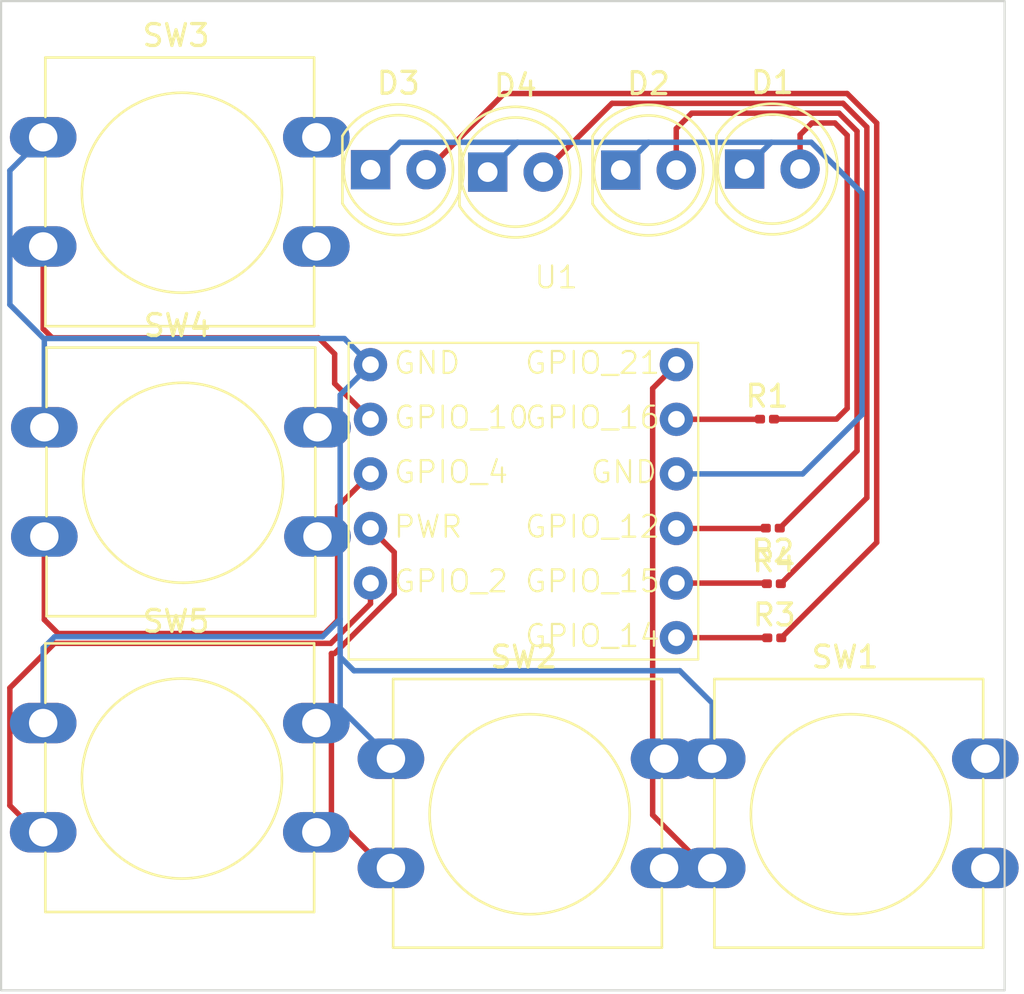
<source format=kicad_pcb>
(kicad_pcb (version 20221018) (generator pcbnew)
  (layers (0 "F.Cu" signal) (31 "B.Cu" signal) (34 "B.Paste" user) (35 "F.Paste" user) (36 "B.SilkS" user "B.Silkscreen") (37 "F.SilkS" user "F.Silkscreen") (38 "B.Mask" user) (39 "F.Mask" user) (44 "Edge.Cuts" user))
  (net 0 "")
  (net 1 "Net-(U1-GPIO_16)")
  (net 2 "Net-(D1-A)")
  (net 3 "Net-(D2-A)")
  (net 4 "Net-(U1-GPIO_12)")
  (net 5 "Net-(U1-GPIO_14)")
  (net 6 "Net-(D3-A)")
  (net 7 "Net-(U1-GPIO_15)")
  (net 8 "Net-(D4-A)")
  (net 9 "Net-(U1-GPIO_2)")
  (net 10 "Net-(U1-PWR)")
  (net 11 "Net-(U1-GPIO_4)")
  (net 12 "Net-(U1-GPIO_10)")
  (net 13 "Net-(D1-K)")
  (net 14 "Net-(SW1-Pad1)")
  (net 15 "Net-(U1-GPIO_21)")
  (footprint "LED_THT:LED_D5.0mm" (layer "F.Cu") (at 150.268199 62.783102)
    (fp_text reference "D2" (at 1.27 -3.96) (layer "F.SilkS"))
    (fp_text value "LED")
    (fp_line (start -1.29 -1.545) (end -1.29 1.545) (stroke (width 0.12)) (layer "F.SilkS"))
    (fp_arc (start -1.29 -1.54483) (mid 2.072002 -2.880433) (end 4.26 0.000462) (stroke (width 0.12)) (layer "F.SilkS"))
    (fp_arc (start 4.26 -0.000462) (mid 2.072002 2.880433) (end -1.29 1.54483) (stroke (width 0.12)) (layer "F.SilkS"))
    (fp_circle (center 1.27 0) (end 3.77 0) (stroke (width 0.12)) (fill none) (layer "F.SilkS"))
    (pad "1" thru_hole rect (at 0 0) (size 1.8 1.8) (drill 0.9) (layers "*.Cu" "*.Mask") (net 13 "Net-(D1-K)"))
    (pad "2" thru_hole circle (at 2.54 0) (size 1.8 1.8) (drill 0.9) (layers "*.Cu" "*.Mask") (net 3 "Net-(D2-A)"))
  )
  (footprint "Button_Switch_THT:SW_PUSH-12mm" (layer "F.Cu") (at 154.453506 89.737752)
    (fp_text reference "SW1" (at 6.08 -4.66) (layer "F.SilkS"))
    (fp_text value "SW_Push")
    (fp_line (start 0.1 -3.65) (end 12.4 -3.65) (stroke (width 0.12)) (layer "F.SilkS"))
    (fp_line (start 0.1 -0.93) (end 0.1 -3.65) (stroke (width 0.12)) (layer "F.SilkS"))
    (fp_line (start 0.1 4.07) (end 0.1 0.93) (stroke (width 0.12)) (layer "F.SilkS"))
    (fp_line (start 0.1 8.65) (end 0.1 5.93) (stroke (width 0.12)) (layer "F.SilkS"))
    (fp_line (start 12.4 -3.65) (end 12.4 -0.93) (stroke (width 0.12)) (layer "F.SilkS"))
    (fp_line (start 12.4 0.93) (end 12.4 4.07) (stroke (width 0.12)) (layer "F.SilkS"))
    (fp_line (start 12.4 5.93) (end 12.4 8.65) (stroke (width 0.12)) (layer "F.SilkS"))
    (fp_line (start 12.4 8.65) (end 0.1 8.65) (stroke (width 0.12)) (layer "F.SilkS"))
    (fp_circle (center 6.35 2.54) (end 10.16 5.08) (stroke (width 0.12)) (fill none) (layer "F.SilkS"))
    (pad "1" thru_hole oval (at 0 0) (size 3.048 1.85) (drill 1.3) (layers "*.Cu" "*.Mask") (net 14 "Net-(SW1-Pad1)"))
    (pad "1" thru_hole oval (at 12.5 0) (size 3.048 1.85) (drill 1.3) (layers "*.Cu" "*.Mask") (net 14 "Net-(SW1-Pad1)"))
    (pad "2" thru_hole oval (at 0 5) (size 3.048 1.85) (drill 1.3) (layers "*.Cu" "*.Mask") (net 15 "Net-(U1-GPIO_21)"))
    (pad "2" thru_hole oval (at 12.5 5) (size 3.048 1.85) (drill 1.3) (layers "*.Cu" "*.Mask") (net 15 "Net-(U1-GPIO_21)"))
  )
  (footprint "Resistor_SMD:R_0201_0603Metric" (layer "F.Cu") (at 157.225046 79.178146 180)
    (fp_text reference "R2" (at 0 -1.05) (layer "F.SilkS"))
    (fp_text value "330")
    (pad "1" smd roundrect (at -0.32 0 180) (size 0.46 0.4) (layers "F.Cu" "F.Mask") (net 3 "Net-(D2-A)"))
    (pad "2" smd roundrect (at 0.32 0 180) (size 0.46 0.4) (layers "F.Cu" "F.Mask") (net 4 "Net-(U1-GPIO_12)"))
  )
  (footprint "LED_THT:LED_D5.0mm" (layer "F.Cu") (at 138.819009 62.767793)
    (fp_text reference "D3" (at 1.27 -3.96) (layer "F.SilkS"))
    (fp_text value "LED")
    (fp_line (start -1.29 -1.545) (end -1.29 1.545) (stroke (width 0.12)) (layer "F.SilkS"))
    (fp_arc (start -1.29 -1.54483) (mid 2.072002 -2.880433) (end 4.26 0.000462) (stroke (width 0.12)) (layer "F.SilkS"))
    (fp_arc (start 4.26 -0.000462) (mid 2.072002 2.880433) (end -1.29 1.54483) (stroke (width 0.12)) (layer "F.SilkS"))
    (fp_circle (center 1.27 0) (end 3.77 0) (stroke (width 0.12)) (fill none) (layer "F.SilkS"))
    (pad "1" thru_hole rect (at 0 0) (size 1.8 1.8) (drill 0.9) (layers "*.Cu" "*.Mask") (net 13 "Net-(D1-K)"))
    (pad "2" thru_hole circle (at 2.54 0) (size 1.8 1.8) (drill 0.9) (layers "*.Cu" "*.Mask") (net 6 "Net-(D3-A)"))
  )
  (footprint "Resistor_SMD:R_0201_0603Metric" (layer "F.Cu") (at 157.294442 84.20247)
    (fp_text reference "R3" (at 0 -1.05) (layer "F.SilkS"))
    (fp_text value "330")
    (pad "1" smd roundrect (at -0.32 0) (size 0.46 0.4) (layers "F.Cu" "F.Mask") (net 5 "Net-(U1-GPIO_14)"))
    (pad "2" smd roundrect (at 0.32 0) (size 0.46 0.4) (layers "F.Cu" "F.Mask") (net 6 "Net-(D3-A)"))
  )
  (footprint "Button_Switch_THT:SW_PUSH-12mm" (layer "F.Cu") (at 139.750722 89.737752)
    (fp_text reference "SW2" (at 6.08 -4.66) (layer "F.SilkS"))
    (fp_text value "SW_Push")
    (fp_line (start 0.1 -3.65) (end 12.4 -3.65) (stroke (width 0.12)) (layer "F.SilkS"))
    (fp_line (start 0.1 -0.93) (end 0.1 -3.65) (stroke (width 0.12)) (layer "F.SilkS"))
    (fp_line (start 0.1 4.07) (end 0.1 0.93) (stroke (width 0.12)) (layer "F.SilkS"))
    (fp_line (start 0.1 8.65) (end 0.1 5.93) (stroke (width 0.12)) (layer "F.SilkS"))
    (fp_line (start 12.4 -3.65) (end 12.4 -0.93) (stroke (width 0.12)) (layer "F.SilkS"))
    (fp_line (start 12.4 0.93) (end 12.4 4.07) (stroke (width 0.12)) (layer "F.SilkS"))
    (fp_line (start 12.4 5.93) (end 12.4 8.65) (stroke (width 0.12)) (layer "F.SilkS"))
    (fp_line (start 12.4 8.65) (end 0.1 8.65) (stroke (width 0.12)) (layer "F.SilkS"))
    (fp_circle (center 6.35 2.54) (end 10.16 5.08) (stroke (width 0.12)) (fill none) (layer "F.SilkS"))
    (pad "1" thru_hole oval (at 0 0) (size 3.048 1.85) (drill 1.3) (layers "*.Cu" "*.Mask") (net 14 "Net-(SW1-Pad1)"))
    (pad "1" thru_hole oval (at 12.5 0) (size 3.048 1.85) (drill 1.3) (layers "*.Cu" "*.Mask") (net 14 "Net-(SW1-Pad1)"))
    (pad "2" thru_hole oval (at 0 5) (size 3.048 1.85) (drill 1.3) (layers "*.Cu" "*.Mask") (net 10 "Net-(U1-PWR)"))
    (pad "2" thru_hole oval (at 12.5 5) (size 3.048 1.85) (drill 1.3) (layers "*.Cu" "*.Mask") (net 10 "Net-(U1-PWR)"))
  )
  (footprint "Button_Switch_THT:SW_PUSH-12mm" (layer "F.Cu") (at 123.83588 88.10411)
    (fp_text reference "SW5" (at 6.08 -4.66) (layer "F.SilkS"))
    (fp_text value "SW_Push")
    (fp_line (start 0.1 -3.65) (end 12.4 -3.65) (stroke (width 0.12)) (layer "F.SilkS"))
    (fp_line (start 0.1 -0.93) (end 0.1 -3.65) (stroke (width 0.12)) (layer "F.SilkS"))
    (fp_line (start 0.1 4.07) (end 0.1 0.93) (stroke (width 0.12)) (layer "F.SilkS"))
    (fp_line (start 0.1 8.65) (end 0.1 5.93) (stroke (width 0.12)) (layer "F.SilkS"))
    (fp_line (start 12.4 -3.65) (end 12.4 -0.93) (stroke (width 0.12)) (layer "F.SilkS"))
    (fp_line (start 12.4 0.93) (end 12.4 4.07) (stroke (width 0.12)) (layer "F.SilkS"))
    (fp_line (start 12.4 5.93) (end 12.4 8.65) (stroke (width 0.12)) (layer "F.SilkS"))
    (fp_line (start 12.4 8.65) (end 0.1 8.65) (stroke (width 0.12)) (layer "F.SilkS"))
    (fp_circle (center 6.35 2.54) (end 10.16 5.08) (stroke (width 0.12)) (fill none) (layer "F.SilkS"))
    (pad "1" thru_hole oval (at 0 0) (size 3.048 1.85) (drill 1.3) (layers "*.Cu" "*.Mask") (net 14 "Net-(SW1-Pad1)"))
    (pad "1" thru_hole oval (at 12.5 0) (size 3.048 1.85) (drill 1.3) (layers "*.Cu" "*.Mask") (net 14 "Net-(SW1-Pad1)"))
    (pad "2" thru_hole oval (at 0 5) (size 3.048 1.85) (drill 1.3) (layers "*.Cu" "*.Mask") (net 9 "Net-(U1-GPIO_2)"))
    (pad "2" thru_hole oval (at 12.5 5) (size 3.048 1.85) (drill 1.3) (layers "*.Cu" "*.Mask") (net 9 "Net-(U1-GPIO_2)"))
  )
  (footprint "LED_THT:LED_D5.0mm" (layer "F.Cu") (at 155.936178 62.736259)
    (fp_text reference "D1" (at 1.27 -3.96) (layer "F.SilkS"))
    (fp_text value "LED")
    (fp_line (start -1.29 -1.545) (end -1.29 1.545) (stroke (width 0.12)) (layer "F.SilkS"))
    (fp_arc (start -1.29 -1.54483) (mid 2.072002 -2.880433) (end 4.26 0.000462) (stroke (width 0.12)) (layer "F.SilkS"))
    (fp_arc (start 4.26 -0.000462) (mid 2.072002 2.880433) (end -1.29 1.54483) (stroke (width 0.12)) (layer "F.SilkS"))
    (fp_circle (center 1.27 0) (end 3.77 0) (stroke (width 0.12)) (fill none) (layer "F.SilkS"))
    (pad "1" thru_hole rect (at 0 0) (size 1.8 1.8) (drill 0.9) (layers "*.Cu" "*.Mask") (net 13 "Net-(D1-K)"))
    (pad "2" thru_hole circle (at 2.54 0) (size 1.8 1.8) (drill 0.9) (layers "*.Cu" "*.Mask") (net 2 "Net-(D1-A)"))
  )
  (footprint "Button_Switch_THT:SW_PUSH-12mm" (layer "F.Cu") (at 123.888578 74.560685)
    (fp_text reference "SW4" (at 6.08 -4.66) (layer "F.SilkS"))
    (fp_text value "SW_Push")
    (fp_line (start 0.1 -3.65) (end 12.4 -3.65) (stroke (width 0.12)) (layer "F.SilkS"))
    (fp_line (start 0.1 -0.93) (end 0.1 -3.65) (stroke (width 0.12)) (layer "F.SilkS"))
    (fp_line (start 0.1 4.07) (end 0.1 0.93) (stroke (width 0.12)) (layer "F.SilkS"))
    (fp_line (start 0.1 8.65) (end 0.1 5.93) (stroke (width 0.12)) (layer "F.SilkS"))
    (fp_line (start 12.4 -3.65) (end 12.4 -0.93) (stroke (width 0.12)) (layer "F.SilkS"))
    (fp_line (start 12.4 0.93) (end 12.4 4.07) (stroke (width 0.12)) (layer "F.SilkS"))
    (fp_line (start 12.4 5.93) (end 12.4 8.65) (stroke (width 0.12)) (layer "F.SilkS"))
    (fp_line (start 12.4 8.65) (end 0.1 8.65) (stroke (width 0.12)) (layer "F.SilkS"))
    (fp_circle (center 6.35 2.54) (end 10.16 5.08) (stroke (width 0.12)) (fill none) (layer "F.SilkS"))
    (pad "1" thru_hole oval (at 0 0) (size 3.048 1.85) (drill 1.3) (layers "*.Cu" "*.Mask") (net 14 "Net-(SW1-Pad1)"))
    (pad "1" thru_hole oval (at 12.5 0) (size 3.048 1.85) (drill 1.3) (layers "*.Cu" "*.Mask") (net 14 "Net-(SW1-Pad1)"))
    (pad "2" thru_hole oval (at 0 5) (size 3.048 1.85) (drill 1.3) (layers "*.Cu" "*.Mask") (net 11 "Net-(U1-GPIO_4)"))
    (pad "2" thru_hole oval (at 12.5 5) (size 3.048 1.85) (drill 1.3) (layers "*.Cu" "*.Mask") (net 11 "Net-(U1-GPIO_4)"))
  )
  (footprint "Resistor_SMD:R_0201_0603Metric" (layer "F.Cu") (at 157.273623 81.725006)
    (fp_text reference "R4" (at 0 -1.05) (layer "F.SilkS"))
    (fp_text value "330")
    (pad "1" smd roundrect (at -0.32 0) (size 0.46 0.4) (layers "F.Cu" "F.Mask") (net 7 "Net-(U1-GPIO_15)"))
    (pad "2" smd roundrect (at 0.32 0) (size 0.46 0.4) (layers "F.Cu" "F.Mask") (net 8 "Net-(D4-A)"))
  )
  (footprint "Resistor_SMD:R_0201_0603Metric" (layer "F.Cu") (at 156.961772 74.186785)
    (fp_text reference "R1" (at 0 -1.05) (layer "F.SilkS"))
    (fp_text value "330")
    (pad "1" smd roundrect (at -0.32 0) (size 0.46 0.4) (layers "F.Cu" "F.Mask") (net 1 "Net-(U1-GPIO_16)"))
    (pad "2" smd roundrect (at 0.32 0) (size 0.46 0.4) (layers "F.Cu" "F.Mask") (net 2 "Net-(D1-A)"))
  )
  (footprint "Library:GPIO_PINS_TEST" (layer "F.Cu") (at 145.815 75.695)
    (fp_text reference "U1" (at 1.5 -8 unlocked) (layer "F.SilkS") (effects (font (thickness 0.1))))
    (fp_text value "~")
    (fp_text user "GPIO_21" (at 0 -3.5 unlocked) (layer "F.SilkS") (effects (font (thickness 0.1)) (justify left bottom)))
    (fp_text user "GPIO_4" (at -6 1.5 unlocked) (layer "F.SilkS") (effects (font (thickness 0.1)) (justify left bottom)))
    (fp_text user "GPIO_15" (at 0 6.5 unlocked) (layer "F.SilkS") (effects (font (thickness 0.1)) (justify left bottom)))
    (fp_text user "GND" (at 3 1.5 unlocked) (layer "F.SilkS") (effects (font (thickness 0.1)) (justify left bottom)))
    (fp_text user "GPIO_14" (at 0 9 unlocked) (layer "F.SilkS") (effects (font (thickness 0.1)) (justify left bottom)))
    (fp_text user "GPIO_12" (at 0 4 unlocked) (layer "F.SilkS") (effects (font (thickness 0.1)) (justify left bottom)))
    (fp_text user "GPIO_2" (at -6 6.5 unlocked) (layer "F.SilkS") (effects (font (thickness 0.1)) (justify left bottom)))
    (fp_text user "GPIO_16" (at 0 -1 unlocked) (layer "F.SilkS") (effects (font (thickness 0.1)) (justify left bottom)))
    (fp_text user "PWR" (at -6 4 unlocked) (layer "F.SilkS") (effects (font (thickness 0.1)) (justify left bottom)))
    (fp_text user "GPIO_10" (at -6 -1 unlocked) (layer "F.SilkS") (effects (font (thickness 0.1)) (justify left bottom)))
    (fp_text user "GND" (at -6 -3.5 unlocked) (layer "F.SilkS") (effects (font (thickness 0.1)) (justify left bottom)))
    (fp_rect (start -8 -5) (end 8 9.5) (stroke (width 0.1)) (fill none) (layer "F.SilkS"))
    (pad "3" thru_hole circle (at -7 6) (size 1.524 1.524) (drill 0.762) (layers "*.Cu" "*.Mask") (net 9 "Net-(U1-GPIO_2)"))
    (pad "5" thru_hole circle (at -7 3.5) (size 1.524 1.524) (drill 0.762) (layers "*.Cu" "*.Mask") (net 10 "Net-(U1-PWR)"))
    (pad "7" thru_hole circle (at -7 1) (size 1.524 1.524) (drill 0.762) (layers "*.Cu" "*.Mask") (net 11 "Net-(U1-GPIO_4)"))
    (pad "8" thru_hole circle (at 7 8.5) (size 1.524 1.524) (drill 0.762) (layers "*.Cu" "*.Mask") (net 5 "Net-(U1-GPIO_14)"))
    (pad "10" thru_hole circle (at 7 6) (size 1.524 1.524) (drill 0.762) (layers "*.Cu" "*.Mask") (net 7 "Net-(U1-GPIO_15)"))
    (pad "19" thru_hole circle (at -7 -1.5) (size 1.524 1.524) (drill 0.762) (layers "*.Cu" "*.Mask") (net 12 "Net-(U1-GPIO_10)"))
    (pad "32" thru_hole circle (at 7 3.5) (size 1.524 1.524) (drill 0.762) (layers "*.Cu" "*.Mask") (net 4 "Net-(U1-GPIO_12)"))
    (pad "34" thru_hole circle (at 7 1) (size 1.524 1.524) (drill 0.762) (layers "*.Cu" "*.Mask") (net 13 "Net-(D1-K)"))
    (pad "36" thru_hole circle (at 7 -1.5) (size 1.524 1.524) (drill 0.762) (layers "*.Cu" "*.Mask") (net 1 "Net-(U1-GPIO_16)"))
    (pad "39" thru_hole circle (at -7 -4) (size 1.524 1.524) (drill 0.762) (layers "*.Cu" "*.Mask") (net 14 "Net-(SW1-Pad1)"))
    (pad "40" thru_hole circle (at 7 -4) (size 1.524 1.524) (drill 0.762) (layers "*.Cu" "*.Mask") (net 15 "Net-(U1-GPIO_21)"))
  )
  (footprint "LED_THT:LED_D5.0mm" (layer "F.Cu") (at 144.178635 62.876788)
    (fp_text reference "D4" (at 1.27 -3.96) (layer "F.SilkS"))
    (fp_text value "LED")
    (fp_line (start -1.29 -1.545) (end -1.29 1.545) (stroke (width 0.12)) (layer "F.SilkS"))
    (fp_arc (start -1.29 -1.54483) (mid 2.072002 -2.880433) (end 4.26 0.000462) (stroke (width 0.12)) (layer "F.SilkS"))
    (fp_arc (start 4.26 -0.000462) (mid 2.072002 2.880433) (end -1.29 1.54483) (stroke (width 0.12)) (layer "F.SilkS"))
    (fp_circle (center 1.27 0) (end 3.77 0) (stroke (width 0.12)) (fill none) (layer "F.SilkS"))
    (pad "1" thru_hole rect (at 0 0) (size 1.8 1.8) (drill 0.9) (layers "*.Cu" "*.Mask") (net 13 "Net-(D1-K)"))
    (pad "2" thru_hole circle (at 2.54 0) (size 1.8 1.8) (drill 0.9) (layers "*.Cu" "*.Mask") (net 8 "Net-(D4-A)"))
  )
  (footprint "Button_Switch_THT:SW_PUSH-12mm" (layer "F.Cu") (at 123.83588 61.280751)
    (fp_text reference "SW3" (at 6.08 -4.66) (layer "F.SilkS"))
    (fp_text value "SW_Push")
    (fp_line (start 0.1 -3.65) (end 12.4 -3.65) (stroke (width 0.12)) (layer "F.SilkS"))
    (fp_line (start 0.1 -0.93) (end 0.1 -3.65) (stroke (width 0.12)) (layer "F.SilkS"))
    (fp_line (start 0.1 4.07) (end 0.1 0.93) (stroke (width 0.12)) (layer "F.SilkS"))
    (fp_line (start 0.1 8.65) (end 0.1 5.93) (stroke (width 0.12)) (layer "F.SilkS"))
    (fp_line (start 12.4 -3.65) (end 12.4 -0.93) (stroke (width 0.12)) (layer "F.SilkS"))
    (fp_line (start 12.4 0.93) (end 12.4 4.07) (stroke (width 0.12)) (layer "F.SilkS"))
    (fp_line (start 12.4 5.93) (end 12.4 8.65) (stroke (width 0.12)) (layer "F.SilkS"))
    (fp_line (start 12.4 8.65) (end 0.1 8.65) (stroke (width 0.12)) (layer "F.SilkS"))
    (fp_circle (center 6.35 2.54) (end 10.16 5.08) (stroke (width 0.12)) (fill none) (layer "F.SilkS"))
    (pad "1" thru_hole oval (at 0 0) (size 3.048 1.85) (drill 1.3) (layers "*.Cu" "*.Mask") (net 14 "Net-(SW1-Pad1)"))
    (pad "1" thru_hole oval (at 12.5 0) (size 3.048 1.85) (drill 1.3) (layers "*.Cu" "*.Mask") (net 14 "Net-(SW1-Pad1)"))
    (pad "2" thru_hole oval (at 0 5) (size 3.048 1.85) (drill 1.3) (layers "*.Cu" "*.Mask") (net 12 "Net-(U1-GPIO_10)"))
    (pad "2" thru_hole oval (at 12.5 5) (size 3.048 1.85) (drill 1.3) (layers "*.Cu" "*.Mask") (net 12 "Net-(U1-GPIO_10)"))
  )
  (gr_rect (start 121.909628 55.046408) (end 167.836067 100.340469) (stroke (width 0.1)) (fill none) (layer "Edge.Cuts"))
  (segment (start 152.815 74.195) (end 156.633557 74.195) (width 0.25) (layer "F.Cu") (net 1))
  (segment (start 156.633557 74.195) (end 156.641772 74.186785) (width 0.25) (layer "F.Cu") (net 1))
  (segment (start 160.068833 60.628333) (end 159.01487 60.628333) (width 0.25) (layer "F.Cu") (net 2))
  (segment (start 160.630947 73.697475) (end 160.630947 61.190447) (width 0.25) (layer "F.Cu") (net 2))
  (segment (start 159.01487 60.628333) (end 158.476178 61.167025) (width 0.25) (layer "F.Cu") (net 2))
  (segment (start 160.141637 74.186785) (end 160.630947 73.697475) (width 0.25) (layer "F.Cu") (net 2))
  (segment (start 160.630947 61.190447) (end 160.068833 60.628333) (width 0.25) (layer "F.Cu") (net 2))
  (segment (start 157.281772 74.186785) (end 160.141637 74.186785) (width 0.25) (layer "F.Cu") (net 2))
  (segment (start 158.476178 61.167025) (end 158.476178 62.736259) (width 0.25) (layer "F.Cu") (net 2))
  (segment (start 152.808199 60.885969) (end 152.808199 62.783102) (width 0.25) (layer "F.Cu") (net 3))
  (segment (start 153.515835 60.178333) (end 152.808199 60.885969) (width 0.25) (layer "F.Cu") (net 3))
  (segment (start 157.545046 79.178146) (end 161.080947 75.642245) (width 0.25) (layer "F.Cu") (net 3))
  (segment (start 161.080947 75.642245) (end 161.080947 61.004051) (width 0.25) (layer "F.Cu") (net 3))
  (segment (start 160.255229 60.178333) (end 153.515835 60.178333) (width 0.25) (layer "F.Cu") (net 3))
  (segment (start 161.080947 61.004051) (end 160.255229 60.178333) (width 0.25) (layer "F.Cu") (net 3))
  (segment (start 152.815 79.195) (end 156.888192 79.195) (width 0.25) (layer "F.Cu") (net 4))
  (segment (start 156.888192 79.195) (end 156.905046 79.178146) (width 0.25) (layer "F.Cu") (net 4))
  (segment (start 152.815 84.195) (end 156.966972 84.195) (width 0.25) (layer "F.Cu") (net 5))
  (segment (start 156.966972 84.195) (end 156.974442 84.20247) (width 0.25) (layer "F.Cu") (net 5))
  (segment (start 160.628021 59.278333) (end 144.930168 59.278333) (width 0.25) (layer "F.Cu") (net 6))
  (segment (start 144.930168 59.278333) (end 141.331713 62.876788) (width 0.25) (layer "F.Cu") (net 6))
  (segment (start 157.614442 84.20247) (end 161.980947 79.835965) (width 0.25) (layer "F.Cu") (net 6))
  (segment (start 161.980947 79.835965) (end 161.980947 60.631259) (width 0.25) (layer "F.Cu") (net 6))
  (segment (start 161.980947 60.631259) (end 160.628021 59.278333) (width 0.25) (layer "F.Cu") (net 6))
  (segment (start 156.923617 81.695) (end 156.953623 81.725006) (width 0.25) (layer "F.Cu") (net 7))
  (segment (start 152.815 81.695) (end 156.923617 81.695) (width 0.25) (layer "F.Cu") (net 7))
  (segment (start 160.441625 59.728333) (end 149.86709 59.728333) (width 0.25) (layer "F.Cu") (net 8))
  (segment (start 161.530947 77.787682) (end 161.530947 60.817655) (width 0.25) (layer "F.Cu") (net 8))
  (segment (start 157.593623 81.725006) (end 161.530947 77.787682) (width 0.25) (layer "F.Cu") (net 8))
  (segment (start 161.530947 60.817655) (end 160.441625 59.728333) (width 0.25) (layer "F.Cu") (net 8))
  (segment (start 149.86709 59.728333) (end 146.718635 62.876788) (width 0.25) (layer "F.Cu") (net 8))
  (segment (start 124.351115 84.454043) (end 122.31088 86.494278) (width 0.25) (layer "F.Cu") (net 9))
  (segment (start 122.31088 86.494278) (end 122.31088 91.87911) (width 0.25) (layer "F.Cu") (net 9))
  (segment (start 136.998673 84.454043) (end 124.351115 84.454043) (width 0.25) (layer "F.Cu") (net 9))
  (segment (start 138.815 81.695) (end 138.815 82.637716) (width 0.25) (layer "F.Cu") (net 9))
  (segment (start 138.815 82.637716) (end 136.998673 84.454043) (width 0.25) (layer "F.Cu") (net 9))
  (segment (start 122.31088 91.87911) (end 123.83588 93.40411) (width 0.25) (layer "F.Cu") (net 9))
  (segment (start 137.027087 92.314117) (end 139.750722 95.037752) (width 0.25) (layer "F.Cu") (net 10))
  (segment (start 137.027087 84.917477) (end 137.027087 92.314117) (width 0.25) (layer "F.Cu") (net 10))
  (segment (start 139.902 80.282) (end 139.902 82.187112) (width 0.25) (layer "F.Cu") (net 10))
  (segment (start 138.815 79.195) (end 139.902 80.282) (width 0.25) (layer "F.Cu") (net 10))
  (segment (start 137.171635 84.917477) (end 137.027087 84.917477) (width 0.25) (layer "F.Cu") (net 10))
  (segment (start 139.902 82.187112) (end 137.171635 84.917477) (width 0.25) (layer "F.Cu") (net 10))
  (segment (start 124.52006 84.004043) (end 123.888578 83.372561) (width 0.25) (layer "F.Cu") (net 11))
  (segment (start 138.815 76.695) (end 137.308144 78.201856) (width 0.25) (layer "F.Cu") (net 11))
  (segment (start 136.710898 84.004043) (end 124.52006 84.004043) (width 0.25) (layer "F.Cu") (net 11))
  (segment (start 137.308144 83.406797) (end 136.710898 84.004043) (width 0.25) (layer "F.Cu") (net 11))
  (segment (start 137.308144 78.201856) (end 137.308144 83.406797) (width 0.25) (layer "F.Cu") (net 11))
  (segment (start 123.888578 83.372561) (end 123.888578 79.860685) (width 0.25) (layer "F.Cu") (net 11))
  (segment (start 124.2458 70.465321) (end 123.83588 70.055401) (width 0.25) (layer "F.Cu") (net 12))
  (segment (start 137.174413 72.554413) (end 138.815 74.195) (width 0.25) (layer "F.Cu") (net 12))
  (segment (start 123.83588 70.055401) (end 123.83588 66.580751) (width 0.25) (layer "F.Cu") (net 12))
  (segment (start 137.174413 71.203095) (end 136.436639 70.465321) (width 0.25) (layer "F.Cu") (net 12))
  (segment (start 136.436639 70.465321) (end 124.2458 70.465321) (width 0.25) (layer "F.Cu") (net 12))
  (segment (start 137.174413 71.203095) (end 137.174413 72.554413) (width 0.25) (layer "F.Cu") (net 12))
  (segment (start 140.157242 61.511259) (end 138.791713 62.876788) (width 0.25) (layer "B.Cu") (net 13))
  (segment (start 151.540042 61.511259) (end 145.544164 61.511259) (width 0.25) (layer "B.Cu") (net 13))
  (segment (start 157.161178 61.511259) (end 155.936178 62.736259) (width 0.25) (layer "B.Cu") (net 13))
  (segment (start 158.593698 76.695) (end 161.310167 73.978531) (width 0.25) (layer "B.Cu") (net 13))
  (segment (start 158.98359 61.511259) (end 157.161178 61.511259) (width 0.25) (layer "B.Cu") (net 13))
  (segment (start 161.310167 63.837836) (end 158.98359 61.511259) (width 0.25) (layer "B.Cu") (net 13))
  (segment (start 151.540042 61.511259) (end 150.268199 62.783102) (width 0.25) (layer "B.Cu") (net 13))
  (segment (start 157.161178 61.511259) (end 151.540042 61.511259) (width 0.25) (layer "B.Cu") (net 13))
  (segment (start 152.815 76.695) (end 158.593698 76.695) (width 0.25) (layer "B.Cu") (net 13))
  (segment (start 145.544164 61.511259) (end 140.157242 61.511259) (width 0.25) (layer "B.Cu") (net 13))
  (segment (start 145.544164 61.511259) (end 144.178635 62.876788) (width 0.25) (layer "B.Cu") (net 13))
  (segment (start 161.310167 73.978531) (end 161.310167 63.837836) (width 0.25) (layer "B.Cu") (net 13))
  (segment (start 139.750722 89.737752) (end 137.572508 87.559538) (width 0.25) (layer "B.Cu") (net 14))
  (segment (start 137.427851 83.343685) (end 137.427851 73.082149) (width 0.25) (layer "B.Cu") (net 14))
  (segment (start 138.815 71.695) (end 137.615749 70.495749) (width 0.25) (layer "B.Cu") (net 14))
  (segment (start 137.427851 83.343685) (end 137.427851 85.074843) (width 0.25) (layer "B.Cu") (net 14))
  (segment (start 137.572508 87.559538) (end 137.568379 87.559538) (width 0.25) (layer "B.Cu") (net 14))
  (segment (start 154.453506 89.737752) (end 154.453506 87.189742) (width 0.25) (layer "B.Cu") (net 14))
  (segment (start 152.970985 85.707221) (end 138.060229 85.707221) (width 0.25) (layer "B.Cu") (net 14))
  (segment (start 137.427851 73.082149) (end 138.815 71.695) (width 0.25) (layer "B.Cu") (net 14))
  (segment (start 154.453506 87.189742) (end 152.970985 85.707221) (width 0.25) (layer "B.Cu") (net 14))
  (segment (start 123.888578 74.560685) (end 123.888578 70.523477) (width 0.25) (layer "B.Cu") (net 14))
  (segment (start 136.619812 84.151724) (end 137.427851 83.343685) (width 0.25) (layer "B.Cu") (net 14))
  (segment (start 124.358709 84.151724) (end 136.619812 84.151724) (width 0.25) (layer "B.Cu") (net 14))
  (segment (start 137.615749 70.495749) (end 123.916306 70.495749) (width 0.25) (layer "B.Cu") (net 14))
  (segment (start 122.31088 62.805751) (end 123.83588 61.280751) (width 0.25) (layer "B.Cu") (net 14))
  (segment (start 138.060229 85.707221) (end 137.427851 85.074843) (width 0.25) (layer "B.Cu") (net 14))
  (segment (start 122.31088 68.945779) (end 122.31088 62.805751) (width 0.25) (layer "B.Cu") (net 14))
  (segment (start 137.427851 87.41901) (end 137.568379 87.559538) (width 0.25) (layer "B.Cu") (net 14))
  (segment (start 123.888578 70.523477) (end 122.31088 68.945779) (width 0.25) (layer "B.Cu") (net 14))
  (segment (start 137.427851 85.074843) (end 137.427851 87.41901) (width 0.25) (layer "B.Cu") (net 14))
  (segment (start 123.83588 84.674553) (end 124.358709 84.151724) (width 0.25) (layer "B.Cu") (net 14))
  (segment (start 123.83588 88.10411) (end 123.83588 84.674553) (width 0.25) (layer "B.Cu") (net 14))
  (segment (start 123.888578 70.523477) (end 123.916306 70.495749) (width 0.25) (layer "B.Cu") (net 14))
  (segment (start 151.728 72.782) (end 151.728 92.312246) (width 0.25) (layer "F.Cu") (net 15))
  (segment (start 151.728 92.312246) (end 154.453506 95.037752) (width 0.25) (layer "F.Cu") (net 15))
  (segment (start 152.815 71.695) (end 151.728 72.782) (width 0.25) (layer "F.Cu") (net 15))
)
</source>
